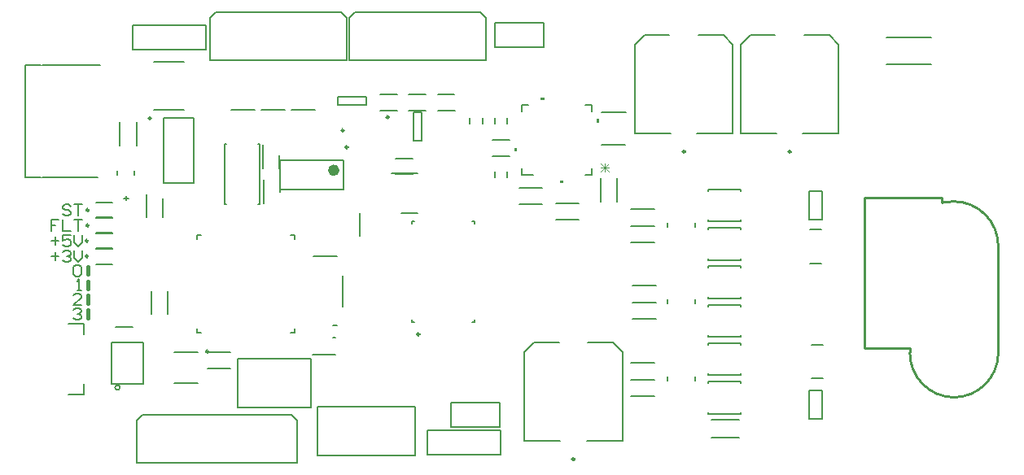
<source format=gbr>
%TF.GenerationSoftware,Altium Limited,Altium Designer,23.3.1 (30)*%
G04 Layer_Color=65535*
%FSLAX45Y45*%
%MOMM*%
%TF.SameCoordinates,CD13F5F2-8DFB-4D4D-A102-87722C93DE69*%
%TF.FilePolarity,Positive*%
%TF.FileFunction,Legend,Top*%
%TF.Part,Single*%
G01*
G75*
%TA.AperFunction,NonConductor*%
%ADD93C,0.25400*%
%ADD95C,0.25000*%
%ADD96C,0.20000*%
%ADD97C,0.60000*%
%ADD98C,0.40000*%
%ADD99C,0.15240*%
%ADD100C,0.07620*%
G36*
X4941140Y3288648D02*
X4915740D01*
Y3326748D01*
X4941140D01*
Y3288648D01*
D02*
G37*
G36*
X5188651Y3824258D02*
X5226751D01*
Y3849658D01*
X5188651D01*
Y3824258D01*
D02*
G37*
G36*
X5388650Y2991138D02*
X5426750D01*
Y2965738D01*
X5388650D01*
Y2991138D01*
D02*
G37*
G36*
X5774260Y3588648D02*
X5799660D01*
Y3626748D01*
X5774260D01*
Y3588648D01*
D02*
G37*
D93*
X9480000Y730000D02*
G03*
X9950000Y1190000I5000J465000D01*
G01*
X9030000Y1200000D02*
G03*
X9490000Y730000I465000J-5000D01*
G01*
X9480000Y2770000D02*
G03*
X9369528Y2757908I-5000J-465000D01*
G01*
X9950000Y2300000D02*
G03*
X9490000Y2770000I-465000J5000D01*
G01*
X9365000Y2755000D02*
Y2810000D01*
X8555000Y1240000D02*
X9030000D01*
Y1200000D02*
Y1240000D01*
X8555000D02*
Y2810000D01*
X9365000D01*
X9950000Y1190000D02*
Y2300000D01*
D95*
X3184999Y3335000D02*
G03*
X3184999Y3335000I-12500J0D01*
G01*
X489500Y2680000D02*
G03*
X489500Y2680000I-12500J0D01*
G01*
X482500Y2360000D02*
G03*
X482500Y2360000I-12500J0D01*
G01*
X489500Y2520000D02*
G03*
X489500Y2520000I-12500J0D01*
G01*
X482500Y2200000D02*
G03*
X482500Y2200000I-12500J0D01*
G01*
X1137500Y3635000D02*
G03*
X1137500Y3635000I-12500J0D01*
G01*
X3142500Y3509751D02*
G03*
X3142500Y3509751I-12500J0D01*
G01*
X3609952Y3647700D02*
G03*
X3609952Y3647700I-12500J0D01*
G01*
X5542500Y87500D02*
G03*
X5542500Y87500I-12500J0D01*
G01*
X7792500Y3287500D02*
G03*
X7792500Y3287500I-12500J0D01*
G01*
X6692500D02*
G03*
X6692500Y3287500I-12500J0D01*
G01*
X1735200Y1207700D02*
G03*
X1735200Y1207700I-12500J0D01*
G01*
X3930200Y1387091D02*
G03*
X3930200Y1387091I-12500J0D01*
G01*
D96*
X813797Y833000D02*
G03*
X813797Y833000I-25400J0D01*
G01*
X990000Y50000D02*
Y490000D01*
X3082499Y3862336D02*
X3377499D01*
X990000Y50000D02*
X2660000Y50000D01*
X2600000Y550000D02*
X2660000Y490000D01*
X2314168Y629000D02*
X2801000D01*
X3082499Y3777668D02*
Y3862336D01*
X3377499Y3777668D02*
Y3862336D01*
X1260603Y2602091D02*
Y2802500D01*
X3082499Y3777668D02*
X3377499D01*
X3865367Y3695199D02*
X3950036D01*
X1050000Y550000D02*
X2600000Y550000D01*
X2660000Y50000D02*
Y490000D01*
X4713000Y4373000D02*
Y4627000D01*
Y4373000D02*
X5221000D01*
X770000Y1300000D02*
X950000D01*
X985607Y3354394D02*
Y3595607D01*
X564999Y2445000D02*
X735001D01*
X5221000Y4373000D02*
Y4627000D01*
X3110000Y4740000D02*
X3170000Y4680000D01*
X990000Y490000D02*
X1050000Y550000D01*
X4713000Y4627000D02*
X5221000D01*
X4009000Y133000D02*
Y387000D01*
X4771000D01*
X1707000Y4353000D02*
Y4607000D01*
X945000Y4353000D02*
X1707000D01*
X3260000Y4740000D02*
X4560000D01*
X3200000Y4240000D02*
X4620000D01*
X3200000D02*
Y4680000D01*
X4620000Y4240000D02*
Y4680000D01*
X4560000Y4740000D02*
X4620000Y4680000D01*
X3200000D02*
X3260000Y4740000D01*
X1810000D02*
X3110000D01*
X1750000Y4240000D02*
X3170000D01*
X1750000D02*
Y4680000D01*
X3950036Y3400198D02*
Y3695199D01*
X567501Y2597497D02*
X732499D01*
X1089392Y2602091D02*
Y2843304D01*
X567501Y2762501D02*
X732499D01*
X2865000Y129000D02*
Y637000D01*
X3881000Y129000D02*
Y637000D01*
X2039000Y629000D02*
Y1137000D01*
X2865000Y637000D02*
X3881000D01*
X2801000Y629000D02*
Y1137000D01*
X2865000Y129000D02*
X3881000D01*
X2039000Y1137000D02*
X2801000D01*
X2039000Y629000D02*
X2801000D01*
X6129791Y1090805D02*
X6375612D01*
X6129787Y739594D02*
X6375614D01*
X3137499Y2895000D02*
Y3194999D01*
X2477500D02*
X3137499D01*
X2477500Y2895000D02*
X3137499D01*
X6129787Y915804D02*
X6375614D01*
X1750000Y4680000D02*
X1810000Y4740000D01*
X4009000Y133000D02*
X4771000D01*
X965002Y3047503D02*
Y3092502D01*
X4450198Y3577701D02*
Y3637701D01*
X4585199Y3577701D02*
Y3637701D01*
X8790001Y4200498D02*
X9250000D01*
X6129791Y914595D02*
X6375612D01*
X724900Y1302903D02*
X1055100D01*
X8790001Y4479501D02*
X9250000D01*
X4845199Y3577701D02*
Y3637701D01*
X4259000Y423000D02*
X4767000D01*
Y677000D01*
X-169998Y3019999D02*
X-10004D01*
X724900Y871103D02*
Y1302903D01*
X10004Y3019999D02*
X580003D01*
X4771000Y133000D02*
Y387000D01*
X275002Y1499999D02*
X435002D01*
X4259000Y423000D02*
Y677000D01*
X4767000D01*
X564999Y2274997D02*
X735001D01*
X770000Y1460000D02*
X950000D01*
X784998Y3047503D02*
Y3092502D01*
X814395Y3354394D02*
Y3595607D01*
X875000Y2780001D02*
Y2830003D01*
X4710198Y3577701D02*
Y3637701D01*
X-169998Y3019999D02*
Y4189999D01*
X10004D02*
X610000D01*
X-169998D02*
X-10004D01*
X2252502Y3365000D02*
X2269998D01*
X724900Y871103D02*
X1055100D01*
X850001Y2804999D02*
X899999D01*
X435002Y760001D02*
Y869998D01*
X1055100Y871103D02*
Y1302903D01*
X435002Y1390002D02*
Y1499999D01*
X2477500Y2895000D02*
Y3194999D01*
X275002Y760001D02*
X435002D01*
X1900001Y2745002D02*
Y3365000D01*
X2252502Y2745002D02*
X2269998D01*
X1900001Y3365000D02*
X1917502D01*
X2269998Y2745002D02*
Y3365000D01*
X3170000Y4240000D02*
Y4680000D01*
X567501Y2437498D02*
X732499D01*
X1265002Y2964999D02*
X1585002D01*
X1379592Y882087D02*
X1620409D01*
X1170000Y4225001D02*
X1480002D01*
X1170000Y3725002D02*
X1480002D01*
X1379592Y1197908D02*
X1620409D01*
X1972204Y3724788D02*
X2218025D01*
X4690199Y3242699D02*
X4865200D01*
X2597375Y3724788D02*
X2843196D01*
X4119665Y3882999D02*
X4294666D01*
X6144791Y1544591D02*
X6390613D01*
X1900001Y2745002D02*
X1917502D01*
X3032500Y1477087D02*
X3067910D01*
X2822090Y2202910D02*
X3067911D01*
X564999Y2115000D02*
X735001D01*
X567501Y2602501D02*
X732499D01*
X564999Y2285002D02*
X735001D01*
X2814394Y1179392D02*
X3055608D01*
X1585002Y2964999D02*
Y3635000D01*
X1265002D02*
X1585002D01*
X1265002Y2964999D02*
Y3635000D01*
X1724394Y1200608D02*
X1965607D01*
X1724394Y1029392D02*
X1965607D01*
X3677700Y3057701D02*
X3857699D01*
X6964788Y500610D02*
X7250609D01*
X6964788Y314789D02*
X7250609D01*
X2284790Y3724788D02*
X2530611D01*
X3642699Y3065199D02*
X3912701D01*
X4689665Y3413001D02*
X4864666D01*
X6129791Y2690806D02*
X6375613D01*
X6144791Y1720806D02*
X6390613D01*
X4710199Y3017701D02*
Y3077701D01*
X2307090Y2752088D02*
Y2997909D01*
X2482913Y2865370D02*
Y2997909D01*
X3677700Y3217700D02*
X3857699D01*
X2297090Y3112088D02*
Y3357909D01*
X3127499Y1675001D02*
Y1995001D01*
X2472909Y3112088D02*
Y3246619D01*
X4845200Y3017701D02*
Y3077701D01*
X945000Y4353000D02*
Y4607000D01*
X6792906Y2507809D02*
Y2547590D01*
X6129702Y2339592D02*
X6375523D01*
X6512495Y2507809D02*
Y2547590D01*
X945000Y4607000D02*
X1707000D01*
X3819665Y3882999D02*
X3994666D01*
X5812094Y2767095D02*
Y3008308D01*
X6144790Y1719591D02*
X6390611D01*
X4120199Y3712702D02*
X4295199D01*
X6144790Y1895806D02*
X6390611D01*
X6512492Y907806D02*
Y947593D01*
X3865367Y3400198D02*
X3950036D01*
X5983305Y2767095D02*
Y3008308D01*
X6129702Y2515807D02*
X6375523D01*
X6512490Y1707808D02*
Y1747595D01*
X6792906Y1707808D02*
Y1747595D01*
X3820198Y3712702D02*
X3995199D01*
X5347092Y2753308D02*
X5588306D01*
X3519664Y3882998D02*
X3694665D01*
X8120036Y2577697D02*
Y2877697D01*
X7985365D02*
X8120036D01*
X4967094Y2742092D02*
X5208308D01*
X7985366Y802700D02*
X8120036D01*
X7985366Y502701D02*
Y802700D01*
X5824396Y3700608D02*
X6075607D01*
X1310605Y1594391D02*
Y1835605D01*
X3032500Y1350609D02*
X3055608D01*
X1139393Y1594391D02*
Y1835605D01*
X3312097Y2409812D02*
Y2651025D01*
X4967094Y2913308D02*
X5208308D01*
X8120036Y502701D02*
Y802700D01*
X6792908Y907806D02*
Y947593D01*
X3865367Y3400198D02*
Y3695199D01*
X3742701Y2650198D02*
X3912701D01*
X3520197Y3712701D02*
X3695198D01*
X7985365Y2577697D02*
X8120036D01*
X5347092Y2582092D02*
X5588306D01*
X5821677Y3359393D02*
X6072888D01*
X7985366Y502701D02*
X8120036D01*
X7985365Y2577697D02*
Y2877697D01*
X6129791Y2514591D02*
X6375613D01*
X5680000Y1300000D02*
X5940000D01*
X5120000D02*
X5380000D01*
X5940000D02*
X6040000Y1200000D01*
X5020000D02*
X5120000Y1300000D01*
X5020000Y280000D02*
Y1200000D01*
X6040000Y280000D02*
Y1200000D01*
X5020000Y280000D02*
X5392500D01*
X5667500D02*
X6040000D01*
X7930000Y4500000D02*
X8190000D01*
X7370000D02*
X7630000D01*
X8190000D02*
X8290000Y4400000D01*
X7270000D02*
X7370000Y4500000D01*
X7270000Y3480000D02*
Y4400000D01*
X8290000Y3480000D02*
Y4400000D01*
X7270000Y3480000D02*
X7642500D01*
X7917500D02*
X8290000D01*
X6830000Y4500000D02*
X7090000D01*
X6270000D02*
X6530000D01*
X7090000D02*
X7190000Y4400000D01*
X6170000D02*
X6270000Y4500000D01*
X6170000Y3480000D02*
Y4400000D01*
X7190000Y3480000D02*
Y4400000D01*
X6170000Y3480000D02*
X6542500D01*
X6817500D02*
X7190000D01*
X1617699Y1407699D02*
X1657699D01*
X2587700D02*
X2627700D01*
Y2377700D02*
Y2417700D01*
Y1407699D02*
Y1447699D01*
X1617699Y2417700D02*
X1657699D01*
X2587700D02*
X2627700D01*
X1617699Y2377700D02*
Y2417700D01*
Y1407699D02*
Y1447699D01*
X3852697Y1512697D02*
X3877701D01*
X3852697D02*
Y1537696D01*
X4477700Y1512697D02*
X4502698D01*
Y1537696D01*
X3852697Y2562697D02*
X3877701D01*
X3852697Y2537699D02*
Y2562697D01*
X4477700D02*
X4502698D01*
Y2537699D02*
Y2562697D01*
X8005444Y1278010D02*
X8125083D01*
X8005444Y927389D02*
X8125083D01*
X7992879Y2478007D02*
X8112518D01*
X7992879Y2127390D02*
X8112518D01*
X100103Y2360000D02*
X180078D01*
X140090Y2399987D02*
Y2320013D01*
X300039Y2419981D02*
X220065D01*
Y2360000D01*
X260052Y2379994D01*
X280045D01*
X300039Y2360000D01*
Y2320013D01*
X280045Y2300020D01*
X240058D01*
X220065Y2320013D01*
X340026Y2419981D02*
Y2340006D01*
X380013Y2300020D01*
X420000Y2340006D01*
Y2419981D01*
X330000Y1639987D02*
X349994Y1659981D01*
X389981D01*
X409974Y1639987D01*
Y1619994D01*
X389981Y1600000D01*
X369987D01*
X389981D01*
X409974Y1580006D01*
Y1560013D01*
X389981Y1540020D01*
X349994D01*
X330000Y1560013D01*
X409974Y1690019D02*
X330000D01*
X409974Y1769994D01*
Y1789987D01*
X389981Y1809981D01*
X349994D01*
X330000Y1789987D01*
X369987Y1840019D02*
X409974D01*
X389981D01*
Y1959981D01*
X369987Y1939987D01*
X330000Y2089987D02*
X349994Y2109981D01*
X389981D01*
X409974Y2089987D01*
Y2010013D01*
X389981Y1990019D01*
X349994D01*
X330000Y2010013D01*
Y2089987D01*
X100052Y2200000D02*
X180026D01*
X140039Y2239987D02*
Y2160013D01*
X220013Y2239987D02*
X240007Y2259980D01*
X279994D01*
X299987Y2239987D01*
Y2219994D01*
X279994Y2200000D01*
X260000D01*
X279994D01*
X299987Y2180006D01*
Y2160013D01*
X279994Y2140019D01*
X240007D01*
X220013Y2160013D01*
X339974Y2259980D02*
Y2180006D01*
X379961Y2140019D01*
X419948Y2180006D01*
Y2259980D01*
X180026Y2579981D02*
X100052D01*
Y2520000D01*
X140039D01*
X100052D01*
Y2460019D01*
X220013Y2579981D02*
Y2460019D01*
X299987D01*
X339974Y2579981D02*
X419948D01*
X379961D01*
Y2460019D01*
X299987Y2719987D02*
X279994Y2739981D01*
X240007D01*
X220013Y2719987D01*
Y2699994D01*
X240007Y2680000D01*
X279994D01*
X299987Y2660006D01*
Y2640013D01*
X279994Y2620019D01*
X240007D01*
X220013Y2640013D01*
X339974Y2739981D02*
X419948D01*
X379961D01*
Y2620019D01*
D97*
X3067499Y3095000D02*
G03*
X3067499Y3095000I-30000J0D01*
G01*
D98*
X485000Y1860000D02*
Y1940000D01*
Y1710000D02*
Y1790000D01*
Y2010000D02*
Y2090000D01*
Y1560000D02*
Y1640000D01*
D99*
X5653676Y3044480D02*
X5720920D01*
X5653676Y3770920D02*
X5720920D01*
X4994480Y3703671D02*
Y3770920D01*
Y3044480D02*
X5111727D01*
X5720920D02*
Y3111724D01*
Y3703671D02*
Y3770920D01*
X4994480D02*
X5061724D01*
X4994480Y3044480D02*
Y3111724D01*
X7270341Y960059D02*
Y977875D01*
X6935061Y960059D02*
X7166201D01*
X6935061Y1277523D02*
Y1295339D01*
X7155025Y960059D02*
X7270341D01*
X6935061D02*
Y977875D01*
Y1295339D02*
X7050377D01*
X7270341Y1277523D02*
Y1295339D01*
X7050377D02*
X7270341D01*
X6935058Y560058D02*
X7155022D01*
X6935058D02*
Y577874D01*
X7155022Y560058D02*
X7270338D01*
Y877523D02*
Y895338D01*
X6935058D02*
X7050374D01*
X7270338Y560058D02*
Y577874D01*
X7039198Y895338D02*
X7270338D01*
X6935058Y877523D02*
Y895338D01*
X7270341Y1760059D02*
Y1777875D01*
X6935061Y1760059D02*
X7166201D01*
X6935061Y2077523D02*
Y2095339D01*
X7155025Y1760059D02*
X7270341D01*
X6935061D02*
Y1777875D01*
Y2095339D02*
X7050377D01*
X7270341Y2077523D02*
Y2095339D01*
X7050377D02*
X7270341D01*
X6935061Y1677525D02*
Y1695341D01*
X7039201D02*
X7270341D01*
Y1360061D02*
Y1377876D01*
X6935061Y1695341D02*
X7050377D01*
X7270341Y1677525D02*
Y1695341D01*
X7155025Y1360061D02*
X7270341D01*
X6935061D02*
Y1377876D01*
Y1360061D02*
X7155025D01*
X7270338Y2560060D02*
Y2577876D01*
X6935058Y2560060D02*
X7166198D01*
X6935058Y2877525D02*
Y2895340D01*
X7155022Y2560060D02*
X7270338D01*
X6935058D02*
Y2577876D01*
Y2895340D02*
X7050374D01*
X7270338Y2877525D02*
Y2895340D01*
X7050374D02*
X7270338D01*
X6935059Y2477526D02*
Y2495341D01*
X7039199D02*
X7270339D01*
Y2160061D02*
Y2177877D01*
X6935059Y2495341D02*
X7050375D01*
X7270339Y2477526D02*
Y2495341D01*
X7155023Y2160061D02*
X7270339D01*
X6935059D02*
Y2177877D01*
Y2160061D02*
X7155023D01*
D100*
X5900000Y3084201D02*
X5815360Y3168840D01*
X5900000D02*
X5815360Y3084201D01*
X5900000Y3126521D02*
X5815360D01*
X5857680Y3168840D02*
Y3084201D01*
%TF.MD5,cca7f21645b996cf11cfc02fe15a99f3*%
M02*

</source>
